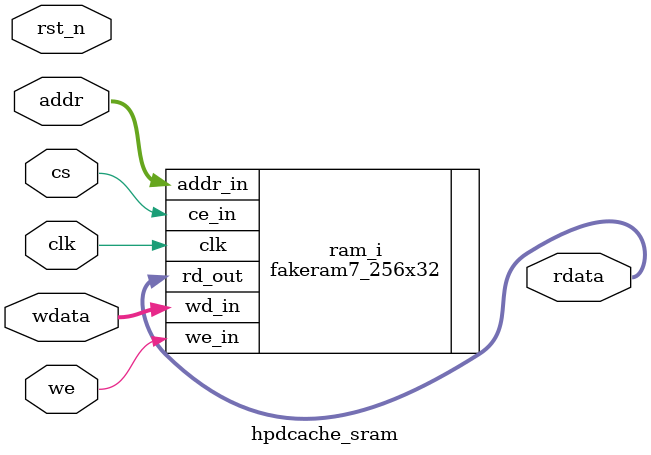
<source format=sv>
/*
 *  Copyright 2023 CEA*
 *  *Commissariat a l'Energie Atomique et aux Energies Alternatives (CEA)
 *
 *  SPDX-License-Identifier: Apache-2.0 WITH SHL-2.1
 *
 *  Licensed under the Solderpad Hardware License v 2.1 (the “License”); you
 *  may not use this file except in compliance with the License, or, at your
 *  option, the Apache License version 2.0. You may obtain a copy of the
 *  License at
 *
 *  https://solderpad.org/licenses/SHL-2.1/
 *
 *  Unless required by applicable law or agreed to in writing, any work
 *  distributed under the License is distributed on an “AS IS” BASIS, WITHOUT
 *  WARRANTIES OR CONDITIONS OF ANY KIND, either express or implied. See the
 *  License for the specific language governing permissions and limitations
 *  under the License.
 */
/*
 *  Authors       : Cesar Fuguet
 *  Creation Date : March, 2020
 *  Description   : Wrapper for Behavioral SRAM macros
 *  History       :
 */
module hpdcache_sram
#(
    parameter int unsigned ADDR_SIZE = 0,
    parameter int unsigned DATA_SIZE = 0,
    parameter int unsigned DEPTH = 2**ADDR_SIZE
)
(
    input  logic                  clk,
    input  logic                  rst_n,
    input  logic                  cs,
    input  logic                  we,
    input  logic [ADDR_SIZE-1:0]  addr,
    input  logic [DATA_SIZE-1:0]  wdata,
    output logic [DATA_SIZE-1:0]  rdata
);

    fakeram7_256x32 ram_i (
        .clk(clk),
        .ce_in(cs),
        .we_in(we),
        .addr_in(addr),
        .wd_in(wdata),
        .rd_out(rdata)
    );
    // hpdcache_sram_1rw #(
    //     .ADDR_SIZE(ADDR_SIZE),
    //     .DATA_SIZE(DATA_SIZE),
    //     .DEPTH(DEPTH)
    // ) ram_i (
    //     .clk,
    //     .rst_n,
    //     .cs,
    //     .we,
    //     .addr,
    //     .wdata,
    //     .rdata
    // );

endmodule : hpdcache_sram

</source>
